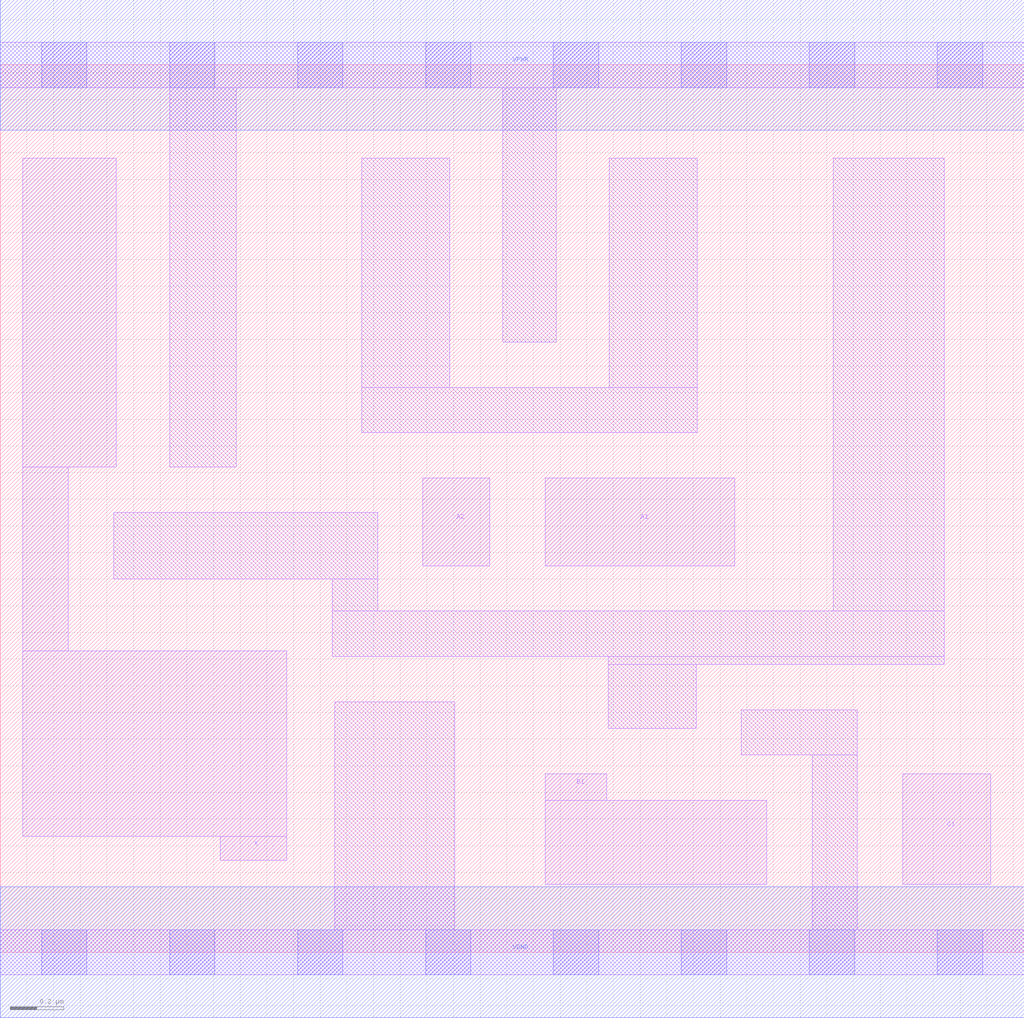
<source format=lef>
# Copyright 2020 The SkyWater PDK Authors
#
# Licensed under the Apache License, Version 2.0 (the "License");
# you may not use this file except in compliance with the License.
# You may obtain a copy of the License at
#
#     https://www.apache.org/licenses/LICENSE-2.0
#
# Unless required by applicable law or agreed to in writing, software
# distributed under the License is distributed on an "AS IS" BASIS,
# WITHOUT WARRANTIES OR CONDITIONS OF ANY KIND, either express or implied.
# See the License for the specific language governing permissions and
# limitations under the License.
#
# SPDX-License-Identifier: Apache-2.0

VERSION 5.7 ;
  NAMESCASESENSITIVE ON ;
  NOWIREEXTENSIONATPIN ON ;
  DIVIDERCHAR "/" ;
  BUSBITCHARS "[]" ;
UNITS
  DATABASE MICRONS 200 ;
END UNITS
MACRO sky130_fd_sc_ms__a211o_1
  CLASS CORE ;
  FOREIGN sky130_fd_sc_ms__a211o_1 ;
  ORIGIN  0.000000  0.000000 ;
  SIZE  3.840000 BY  3.330000 ;
  SYMMETRY X Y ;
  SITE unit ;
  PIN A1
    ANTENNAGATEAREA  0.276000 ;
    DIRECTION INPUT ;
    USE SIGNAL ;
    PORT
      LAYER li1 ;
        RECT 2.045000 1.450000 2.755000 1.780000 ;
    END
  END A1
  PIN A2
    ANTENNAGATEAREA  0.276000 ;
    DIRECTION INPUT ;
    USE SIGNAL ;
    PORT
      LAYER li1 ;
        RECT 1.585000 1.450000 1.835000 1.780000 ;
    END
  END A2
  PIN B1
    ANTENNAGATEAREA  0.276000 ;
    DIRECTION INPUT ;
    USE SIGNAL ;
    PORT
      LAYER li1 ;
        RECT 2.045000 0.255000 2.875000 0.570000 ;
        RECT 2.045000 0.570000 2.275000 0.670000 ;
    END
  END B1
  PIN C1
    ANTENNAGATEAREA  0.276000 ;
    DIRECTION INPUT ;
    USE SIGNAL ;
    PORT
      LAYER li1 ;
        RECT 3.385000 0.255000 3.715000 0.670000 ;
    END
  END C1
  PIN X
    ANTENNADIFFAREA  0.487300 ;
    DIRECTION OUTPUT ;
    USE SIGNAL ;
    PORT
      LAYER li1 ;
        RECT 0.085000 0.435000 1.075000 1.130000 ;
        RECT 0.085000 1.130000 0.255000 1.820000 ;
        RECT 0.085000 1.820000 0.435000 2.980000 ;
        RECT 0.825000 0.345000 1.075000 0.435000 ;
    END
  END X
  PIN VGND
    DIRECTION INOUT ;
    USE GROUND ;
    PORT
      LAYER met1 ;
        RECT 0.000000 -0.245000 3.840000 0.245000 ;
    END
  END VGND
  PIN VPWR
    DIRECTION INOUT ;
    USE POWER ;
    PORT
      LAYER met1 ;
        RECT 0.000000 3.085000 3.840000 3.575000 ;
    END
  END VPWR
  OBS
    LAYER li1 ;
      RECT 0.000000 -0.085000 3.840000 0.085000 ;
      RECT 0.000000  3.245000 3.840000 3.415000 ;
      RECT 0.425000  1.400000 1.415000 1.650000 ;
      RECT 0.635000  1.820000 0.885000 3.245000 ;
      RECT 1.245000  1.110000 3.540000 1.280000 ;
      RECT 1.245000  1.280000 1.415000 1.400000 ;
      RECT 1.255000  0.085000 1.705000 0.940000 ;
      RECT 1.355000  1.950000 2.615000 2.120000 ;
      RECT 1.355000  2.120000 1.685000 2.980000 ;
      RECT 1.885000  2.290000 2.085000 3.245000 ;
      RECT 2.280000  0.840000 2.610000 1.080000 ;
      RECT 2.280000  1.080000 3.540000 1.110000 ;
      RECT 2.285000  2.120000 2.615000 2.980000 ;
      RECT 2.780000  0.740000 3.215000 0.910000 ;
      RECT 3.045000  0.085000 3.215000 0.740000 ;
      RECT 3.125000  1.280000 3.540000 2.980000 ;
    LAYER mcon ;
      RECT 0.155000 -0.085000 0.325000 0.085000 ;
      RECT 0.155000  3.245000 0.325000 3.415000 ;
      RECT 0.635000 -0.085000 0.805000 0.085000 ;
      RECT 0.635000  3.245000 0.805000 3.415000 ;
      RECT 1.115000 -0.085000 1.285000 0.085000 ;
      RECT 1.115000  3.245000 1.285000 3.415000 ;
      RECT 1.595000 -0.085000 1.765000 0.085000 ;
      RECT 1.595000  3.245000 1.765000 3.415000 ;
      RECT 2.075000 -0.085000 2.245000 0.085000 ;
      RECT 2.075000  3.245000 2.245000 3.415000 ;
      RECT 2.555000 -0.085000 2.725000 0.085000 ;
      RECT 2.555000  3.245000 2.725000 3.415000 ;
      RECT 3.035000 -0.085000 3.205000 0.085000 ;
      RECT 3.035000  3.245000 3.205000 3.415000 ;
      RECT 3.515000 -0.085000 3.685000 0.085000 ;
      RECT 3.515000  3.245000 3.685000 3.415000 ;
  END
END sky130_fd_sc_ms__a211o_1
END LIBRARY

</source>
